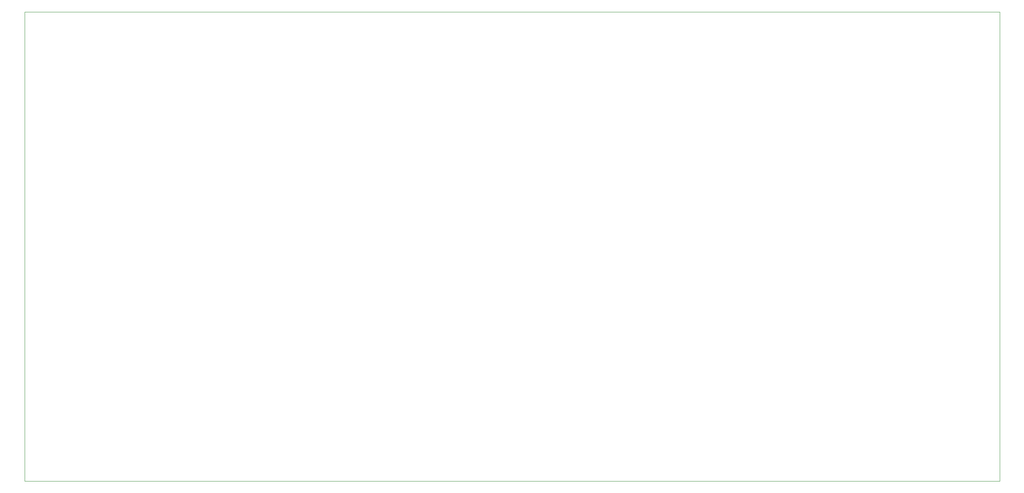
<source format=gm1>
G04 #@! TF.FileFunction,Profile,NP*
%FSLAX46Y46*%
G04 Gerber Fmt 4.6, Leading zero omitted, Abs format (unit mm)*
G04 Created by KiCad (PCBNEW 4.0.4-stable) date 11/17/16 16:54:24*
%MOMM*%
%LPD*%
G01*
G04 APERTURE LIST*
%ADD10C,0.100000*%
G04 APERTURE END LIST*
D10*
X25000000Y-151500000D02*
X25000000Y-51500000D01*
X232500000Y-151500000D02*
X25000000Y-151500000D01*
X232500000Y-51500000D02*
X232500000Y-151500000D01*
X231000000Y-51500000D02*
X232500000Y-51500000D01*
X25000000Y-51500000D02*
X231000000Y-51500000D01*
M02*

</source>
